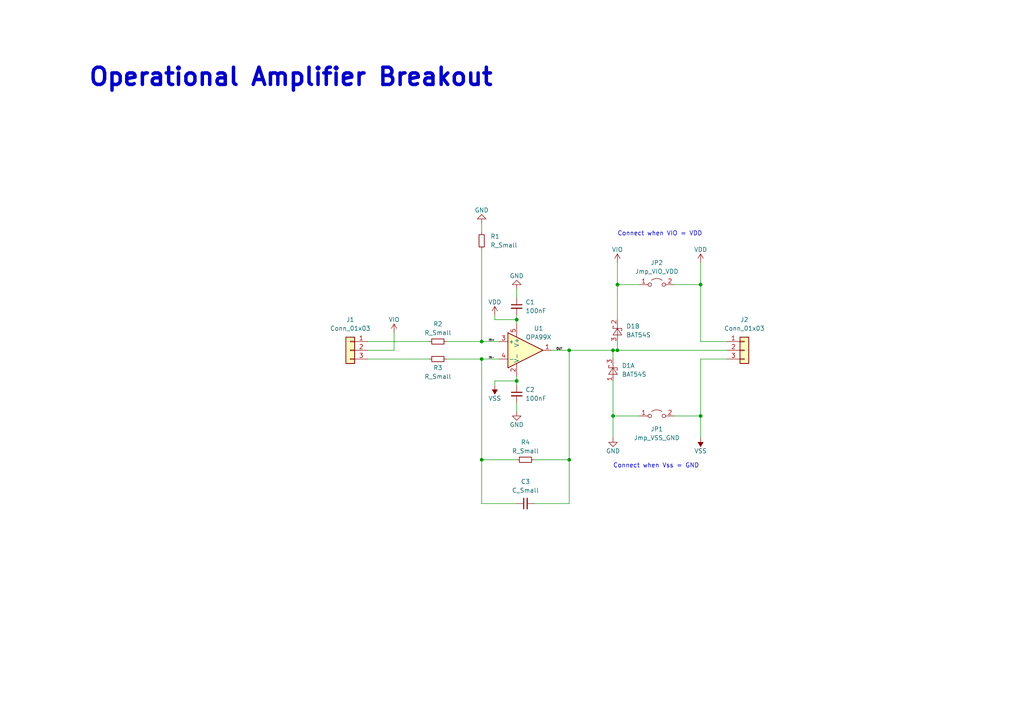
<source format=kicad_sch>
(kicad_sch (version 20230121) (generator eeschema)
  (paper "A4")
  (title_block (title "Operational Amplifier Breakout") (date "2023-11-10") (rev "V23.10.0.1") (company "Fried Electronics") (comment 1 "Tom Fry"))
  (lib_symbols
    (symbol "Connector_Generic:Conn_01x03" (pin_names (offset 1.016) hide)
      (property "Reference" "J" (at 0 5.08 0))
      (property "Value" "Conn_01x03" (at 0 -5.08 0))
      (symbol "Conn_01x03_1_1"
        (rectangle (start -1.27 -2.413) (end 0 -2.667) (stroke (width 0.1524)))
        (rectangle (start -1.27 0.127) (end 0 -0.127) (stroke (width 0.1524)))
        (rectangle (start -1.27 2.667) (end 0 2.413) (stroke (width 0.1524)))
        (rectangle (start -1.27 3.81) (end 1.27 -3.81) (stroke (width 0.254)) (fill (type background)))
        (pin passive line (at -5.08 2.54 0) (length 3.81) (name "Pin_1") (number "1"))
        (pin passive line (at -5.08 0 0) (length 3.81) (name "Pin_2") (number "2"))
        (pin passive line (at -5.08 -2.54 0) (length 3.81) (name "Pin_3") (number "3"))
      )
    )
    (symbol "Device:C_Small" (pin_numbers hide) (pin_names (offset 0.254) hide)
      (property "Reference" "C" (at 0.254 1.778 0))
      (property "Value" "C_Small" (at 0.254 -2.032 0))
      (symbol "C_Small_0_1"
        (polyline (pts (xy -1.524 -0.508) (xy 1.524 -0.508)) (stroke (width 0.3302)))
        (polyline (pts (xy -1.524 0.508) (xy 1.524 0.508)) (stroke (width 0.3048)))
      )
      (symbol "C_Small_1_1"
        (pin passive line (at 0 2.54 270) (length 2.032) (name "~") (number "1"))
        (pin passive line (at 0 -2.54 90) (length 2.032) (name "~") (number "2"))
      )
    )
    (symbol "Device:R_Small" (pin_numbers hide) (pin_names (offset 0.254) hide)
      (property "Reference" "R" (at 0.762 0.508 0))
      (property "Value" "R_Small" (at 0.762 -1.016 0))
      (symbol "R_Small_0_1"
        (rectangle (start -0.762 1.778) (end 0.762 -1.778) (stroke (width 0.2032)))
      )
      (symbol "R_Small_1_1"
        (pin passive line (at 0 2.54 270) (length 0.762) (name "~") (number "1"))
        (pin passive line (at 0 -2.54 90) (length 0.762) (name "~") (number "2"))
      )
    )
    (symbol "Jumper:Jumper_2_Open" (pin_names (offset 0) hide)
      (property "Reference" "JP" (at 0 2.794 0))
      (property "Value" "Jumper_2_Open" (at 0 -2.286 0))
      (symbol "Jumper_2_Open_0_0"
        (circle (center -2.032 0) (radius 0.508))
        (circle (center 2.032 0) (radius 0.508))
      )
      (symbol "Jumper_2_Open_0_1"
        (arc (start 1.524 1.27) (mid 0 1.778) (end -1.524 1.27))
      )
      (symbol "Jumper_2_Open_1_1"
        (pin passive line (at -5.08 0 0) (length 2.54) (name "A") (number "1"))
        (pin passive line (at 5.08 0 180) (length 2.54) (name "B") (number "2"))
      )
    )
    (symbol "friedElectronicsSymbols:BAT54S" (pin_names (offset 0))
      (property "Reference" "D" (at 2.54 1.27 0))
      (property "Value" "BAT54S" (at 2.54 -1.27 0))
      (symbol "BAT54S_0_1"
        (polyline (pts (xy -1.27 1.27) (xy -1.27 1.905)))
        (polyline (pts (xy -1.27 1.905) (xy -1.016 1.905)))
        (polyline (pts (xy 0 -1.27) (xy 0 2.54)))
        (polyline (pts (xy 1.27 0.635) (xy 1.016 0.635)))
        (polyline (pts (xy 1.27 1.27) (xy -1.27 1.27)))
        (polyline (pts (xy 1.27 1.27) (xy 1.27 0.635)))
        (polyline (pts (xy -1.27 -0.635) (xy 1.27 -0.635) (xy 0 1.27) (xy -1.27 -0.635)))
      )
      (symbol "BAT54S_1_1"
        (pin passive line (at 0 -2.54 90) (length 1.27) (name "~") (number "1"))
        (pin passive line (at 0 3.81 270) (length 1.27) (name "~") (number "3"))
      )
      (symbol "BAT54S_2_1"
        (pin passive line (at 0 3.81 270) (length 1.27) (name "~") (number "2"))
        (pin passive line (at 0 -2.54 90) (length 1.27) (name "~") (number "3"))
      )
    )
    (symbol "friedElectronicsSymbols:OPA99X" (pin_names (offset 0.127))
      (property "Reference" "U" (at 1.27 6.35 0))
      (property "Value" "OPA99X" (at 1.27 3.81 0))
      (symbol "OPA99X_0_1"
        (polyline (pts (xy -5.08 5.08) (xy 5.08 0) (xy -5.08 -5.08) (xy -5.08 5.08)) (stroke (width 0.254)) (fill (type background)))
      )
      (symbol "OPA99X_1_1"
        (pin output line (at 7.62 0 180) (length 2.54) (name "~") (number "1"))
        (pin power_in line (at -2.54 -7.62 90) (length 3.81) (name "V-") (number "2"))
        (pin input line (at -7.62 2.54 0) (length 2.54) (name "+") (number "3"))
        (pin input line (at -7.62 -2.54 0) (length 2.54) (name "-") (number "4"))
        (pin power_in line (at -2.54 7.62 270) (length 3.81) (name "V+") (number "5"))
      )
    )
    (symbol "friedElectronicsSymbols:VIO" (power) (pin_names (offset 0))
      (property "Value" "VIO" (at 0 3.81 0))
      (symbol "VIO_0_1"
        (polyline (pts (xy -0.762 1.27) (xy 0 2.54)))
        (polyline (pts (xy 0 0) (xy 0 2.54)))
        (polyline (pts (xy 0 2.54) (xy 0.762 1.27)))
      )
      (symbol "VIO_1_1"
        (pin power_in line (at 0 0 90) (length 0) hide (name "VIO") (number "1"))
      )
    )
    (symbol "power:GND" (power) (pin_names (offset 0))
      (property "Value" "GND" (at 0 -3.81 0))
      (symbol "GND_0_1"
        (polyline (pts (xy 0 0) (xy 0 -1.27) (xy 1.27 -1.27) (xy 0 -2.54) (xy -1.27 -1.27) (xy 0 -1.27)))
      )
      (symbol "GND_1_1"
        (pin power_in line (at 0 0 270) (length 0) hide (name "GND") (number "1"))
      )
    )
    (symbol "power:VDD" (power) (pin_names (offset 0))
      (property "Value" "VDD" (at 0 3.81 0))
      (symbol "VDD_0_1"
        (polyline (pts (xy -0.762 1.27) (xy 0 2.54)))
        (polyline (pts (xy 0 0) (xy 0 2.54)))
        (polyline (pts (xy 0 2.54) (xy 0.762 1.27)))
      )
      (symbol "VDD_1_1"
        (pin power_in line (at 0 0 90) (length 0) hide (name "VDD") (number "1"))
      )
    )
    (symbol "power:VSS" (power) (pin_names (offset 0))
      (property "Value" "VSS" (at 0 3.81 0))
      (symbol "VSS_0_1"
        (polyline (pts (xy 0 0) (xy 0 2.54)))
        (polyline (pts (xy 0.762 1.27) (xy -0.762 1.27) (xy 0 2.54) (xy 0.762 1.27)) (fill (type outline)))
      )
      (symbol "VSS_1_1"
        (pin power_in line (at 0 0 90) (length 0) hide (name "VSS") (number "1"))
      )
    )
  )
  (junction (at 179.07 101.6))
  (junction (at 165.1 101.6))
  (junction (at 165.1 133.35))
  (junction (at 139.7 99.06))
  (junction (at 177.8 101.6))
  (junction (at 139.7 133.35))
  (junction (at 177.8 120.65))
  (junction (at 203.2 120.65))
  (junction (at 203.2 82.55))
  (junction (at 149.86 110.49))
  (junction (at 139.7 104.14))
  (junction (at 149.86 92.71))
  (junction (at 179.07 82.55))
  (wire (pts (xy 149.86 91.44) (xy 149.86 92.71)))
  (wire (pts (xy 143.51 110.49) (xy 149.86 110.49)))
  (wire (pts (xy 139.7 133.35) (xy 139.7 104.14)))
  (wire (pts (xy 177.8 120.65) (xy 177.8 127)))
  (wire (pts (xy 114.3 96.52) (xy 114.3 101.6)))
  (wire (pts (xy 129.54 99.06) (xy 139.7 99.06)))
  (wire (pts (xy 106.68 104.14) (xy 124.46 104.14)))
  (wire (pts (xy 149.86 133.35) (xy 139.7 133.35)))
  (wire (pts (xy 149.86 92.71) (xy 149.86 93.98)))
  (wire (pts (xy 149.86 110.49) (xy 149.86 111.76)))
  (wire (pts (xy 139.7 64.77) (xy 139.7 67.31)))
  (wire (pts (xy 179.07 82.55) (xy 179.07 92.71)))
  (wire (pts (xy 154.94 146.05) (xy 165.1 146.05)))
  (wire (pts (xy 179.07 82.55) (xy 185.42 82.55)))
  (wire (pts (xy 114.3 101.6) (xy 106.68 101.6)))
  (wire (pts (xy 165.1 101.6) (xy 165.1 133.35)))
  (wire (pts (xy 179.07 76.2) (xy 179.07 82.55)))
  (wire (pts (xy 139.7 104.14) (xy 144.78 104.14)))
  (wire (pts (xy 203.2 82.55) (xy 203.2 99.06)))
  (wire (pts (xy 143.51 92.71) (xy 149.86 92.71)))
  (wire (pts (xy 106.68 99.06) (xy 124.46 99.06)))
  (wire (pts (xy 165.1 101.6) (xy 177.8 101.6)))
  (wire (pts (xy 203.2 99.06) (xy 210.82 99.06)))
  (wire (pts (xy 203.2 127) (xy 203.2 120.65)))
  (wire (pts (xy 149.86 109.22) (xy 149.86 110.49)))
  (wire (pts (xy 165.1 133.35) (xy 165.1 146.05)))
  (wire (pts (xy 203.2 76.2) (xy 203.2 82.55)))
  (wire (pts (xy 129.54 104.14) (xy 139.7 104.14)))
  (wire (pts (xy 177.8 110.49) (xy 177.8 120.65)))
  (wire (pts (xy 179.07 101.6) (xy 210.82 101.6)))
  (wire (pts (xy 139.7 146.05) (xy 139.7 133.35)))
  (wire (pts (xy 177.8 101.6) (xy 177.8 104.14)))
  (wire (pts (xy 149.86 146.05) (xy 139.7 146.05)))
  (wire (pts (xy 149.86 83.82) (xy 149.86 86.36)))
  (wire (pts (xy 139.7 99.06) (xy 144.78 99.06)))
  (wire (pts (xy 143.51 91.44) (xy 143.51 92.71)))
  (wire (pts (xy 195.58 82.55) (xy 203.2 82.55)))
  (wire (pts (xy 177.8 120.65) (xy 185.42 120.65)))
  (wire (pts (xy 195.58 120.65) (xy 203.2 120.65)))
  (wire (pts (xy 149.86 116.84) (xy 149.86 119.38)))
  (wire (pts (xy 177.8 101.6) (xy 179.07 101.6)))
  (wire (pts (xy 143.51 111.76) (xy 143.51 110.49)))
  (wire (pts (xy 139.7 72.39) (xy 139.7 99.06)))
  (wire (pts (xy 203.2 120.65) (xy 203.2 104.14)))
  (wire (pts (xy 160.02 101.6) (xy 165.1 101.6)))
  (wire (pts (xy 179.07 99.06) (xy 179.07 101.6)))
  (wire (pts (xy 203.2 104.14) (xy 210.82 104.14)))
  (wire (pts (xy 154.94 133.35) (xy 165.1 133.35)))
  (text "Connect when VIO = VDD\n" (at 179.07 68.58 0) (effects (font (size 1.27 1.27)) (justify left bottom)))
  (text "Connect when Vss = GND\n" (at 177.8 135.89 0) (effects (font (size 1.27 1.27)) (justify left bottom)))
  (text "Operational Amplifier Breakout" (at 25.4 25.4 0) (effects (font (size 5 5) (thickness 1) bold) (justify left bottom)))
  (label "IN+" (at 143.51 99.06 180) (effects (font (size 0.6 0.6))))
  (label "OUT" (at 161.29 101.6 0) (effects (font (size 0.6 0.6))))
  (label "IN-" (at 143.51 104.14 180) (effects (font (size 0.6 0.6))))
  (symbol (lib_id "Device:R_Small") (at 127 104.14 90) (unit 1)
    (property "Reference" "R3" (at 127 106.68 90))
    (property "Value" "R_Small" (at 127 109.22 90))
    (property "Footprint" "Resistor_SMD:R_0603_1608Metric" (effects hide))
  )
  (symbol (lib_id "power:GND") (at 149.86 83.82 180) (unit 1)
    (property "Reference" "#PWR02" (effects hide))
    (property "Value" "GND" (at 149.86 80.01 0))
  )
  (symbol (lib_id "friedElectronicsSymbols:BAT54S") (at 177.8 107.95 0) (unit 1)
    (property "Reference" "D1" (at 180.34 106.045 0) (effects (justify left)))
    (property "Value" "BAT54S" (at 180.34 108.585 0) (effects (justify left)))
    (property "Footprint" "Package_TO_SOT_SMD:SOT-23" (effects hide))
    (property "Datasheet" "https://www.diodes.com/assets/Datasheets/ds11005.pdf" (effects hide))
  )
  (symbol (lib_id "friedElectronicsSymbols:VIO") (at 114.3 96.52 0) (unit 1)
    (property "Reference" "#PWR03" (effects hide))
    (property "Value" "VIO" (at 114.3 92.71 0))
  )
  (symbol (lib_id "power:VDD") (at 203.2 76.2 0) (unit 1)
    (property "Reference" "#PWR06" (effects hide))
    (property "Value" "VDD" (at 203.2 72.39 0))
  )
  (symbol (lib_id "friedElectronicsSymbols:VIO") (at 179.07 76.2 0) (unit 1)
    (property "Reference" "#PWR013" (effects hide))
    (property "Value" "VIO" (at 179.07 72.39 0))
  )
  (symbol (lib_id "Device:R_Small") (at 127 99.06 270) (unit 1)
    (property "Reference" "R2" (at 127 93.98 90))
    (property "Value" "R_Small" (at 127 96.52 90))
    (property "Footprint" "Resistor_SMD:R_0603_1608Metric" (effects hide))
  )
  (symbol (lib_id "Jumper:Jumper_2_Open") (at 190.5 82.55 0) (unit 1)
    (property "Reference" "JP2" (at 190.5 76.2 0))
    (property "Value" "Jmp_VIO_VDD" (at 190.5 78.74 0))
    (property "Footprint" "Jumper:SolderJumper-2_P1.3mm_Open_TrianglePad1.0x1.5mm" (effects hide))
  )
  (symbol (lib_id "Device:R_Small") (at 152.4 133.35 90) (unit 1)
    (property "Reference" "R4" (at 152.4 128.27 90))
    (property "Value" "R_Small" (at 152.4 130.81 90))
    (property "Footprint" "Resistor_SMD:R_0603_1608Metric" (effects hide))
  )
  (symbol (lib_id "power:GND") (at 177.8 127 0) (unit 1)
    (property "Reference" "#PWR09" (effects hide))
    (property "Value" "GND" (at 177.8 130.81 0))
  )
  (symbol (lib_id "Device:C_Small") (at 152.4 146.05 90) (unit 1)
    (property "Reference" "C3" (at 152.4 139.7 90))
    (property "Value" "C_Small" (at 152.4 142.24 90))
    (property "Footprint" "Capacitor_SMD:C_0603_1608Metric" (effects hide))
  )
  (symbol (lib_id "Connector_Generic:Conn_01x03") (at 215.9 101.6 0) (unit 1)
    (property "Reference" "J2" (at 215.9 92.71 0))
    (property "Value" "Conn_01x03" (at 215.9 95.25 0))
    (property "Footprint" "Connector_PinHeader_2.54mm:PinHeader_1x03_P2.54mm_Vertical" (effects hide))
  )
  (symbol (lib_id "power:GND") (at 139.7 64.77 180) (unit 1)
    (property "Reference" "#PWR01" (effects hide))
    (property "Value" "GND" (at 139.7 60.96 0))
  )
  (symbol (lib_id "friedElectronicsSymbols:BAT54S") (at 179.07 96.52 0) (unit 2)
    (property "Reference" "D1" (at 181.61 94.615 0) (effects (justify left)))
    (property "Value" "BAT54S" (at 181.61 97.155 0) (effects (justify left)))
    (property "Footprint" "Package_TO_SOT_SMD:SOT-23" (effects hide))
    (property "Datasheet" "https://www.diodes.com/assets/Datasheets/ds11005.pdf" (effects hide))
  )
  (symbol (lib_id "Device:C_Small") (at 149.86 114.3 0) (unit 1)
    (property "Reference" "C2" (at 152.4 113.03 0) (effects (justify left)))
    (property "Value" "100nF" (at 152.4 115.57 0) (effects (justify left)))
    (property "Footprint" "Capacitor_SMD:C_0603_1608Metric" (effects hide))
  )
  (symbol (lib_id "Device:R_Small") (at 139.7 69.85 0) (unit 1)
    (property "Reference" "R1" (at 142.24 68.58 0) (effects (justify left)))
    (property "Value" "R_Small" (at 142.24 71.12 0) (effects (justify left)))
    (property "Footprint" "Resistor_SMD:R_0603_1608Metric" (effects hide))
  )
  (symbol (lib_id "power:GND") (at 149.86 119.38 0) (unit 1)
    (property "Reference" "#PWR010" (effects hide))
    (property "Value" "GND" (at 149.86 123.19 0))
  )
  (symbol (lib_id "power:VDD") (at 143.51 91.44 0) (unit 1)
    (property "Reference" "#PWR04" (effects hide))
    (property "Value" "VDD" (at 143.51 87.63 0))
  )
  (symbol (lib_id "Connector_Generic:Conn_01x03") (at 101.6 101.6 0) (mirror y) (unit 1)
    (property "Reference" "J1" (at 101.6 92.71 0))
    (property "Value" "Conn_01x03" (at 101.6 95.25 0))
    (property "Footprint" "Connector_PinHeader_2.54mm:PinHeader_1x03_P2.54mm_Vertical" (effects hide))
  )
  (symbol (lib_id "power:VSS") (at 203.2 127 180) (unit 1)
    (property "Reference" "#PWR07" (effects hide))
    (property "Value" "VSS" (at 203.2 130.81 0))
  )
  (symbol (lib_id "Jumper:Jumper_2_Open") (at 190.5 120.65 0) (unit 1)
    (property "Reference" "JP1" (at 190.5 124.46 0))
    (property "Value" "Jmp_VSS_GND" (at 190.5 127 0))
    (property "Footprint" "Jumper:SolderJumper-2_P1.3mm_Open_TrianglePad1.0x1.5mm" (effects hide))
  )
  (symbol (lib_id "power:VSS") (at 143.51 111.76 180) (unit 1)
    (property "Reference" "#PWR08" (effects hide))
    (property "Value" "VSS" (at 143.51 115.57 0))
  )
  (symbol (lib_id "Device:C_Small") (at 149.86 88.9 0) (unit 1)
    (property "Reference" "C1" (at 152.4 87.63 0) (effects (justify left)))
    (property "Value" "100nF" (at 152.4 90.17 0) (effects (justify left)))
    (property "Footprint" "Capacitor_SMD:C_0603_1608Metric" (effects hide))
  )
  (symbol (lib_id "friedElectronicsSymbols:OPA99X") (at 152.4 101.6 0) (unit 1)
    (property "Reference" "U1" (at 156.21 95.25 0))
    (property "Value" "OPA99X" (at 156.21 97.79 0))
    (property "Footprint" "Package_TO_SOT_SMD:SOT-23-5" (effects hide))
  )
)
</source>
